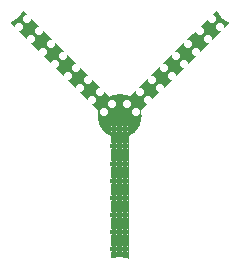
<source format=gbr>
%TF.GenerationSoftware,KiCad,Pcbnew,(6.0.7-1)-1*%
%TF.CreationDate,2022-09-29T17:50:23+03:00*%
%TF.ProjectId,Flux_Capacitor_Micro,466c7578-5f43-4617-9061-6369746f725f,3.0A*%
%TF.SameCoordinates,PX86594f8PY6db8610*%
%TF.FileFunction,Legend,Top*%
%TF.FilePolarity,Positive*%
%FSLAX46Y46*%
G04 Gerber Fmt 4.6, Leading zero omitted, Abs format (unit mm)*
G04 Created by KiCad (PCBNEW (6.0.7-1)-1) date 2022-09-29 17:50:23*
%MOMM*%
%LPD*%
G01*
G04 APERTURE LIST*
G04 Aperture macros list*
%AMRoundRect*
0 Rectangle with rounded corners*
0 $1 Rounding radius*
0 $2 $3 $4 $5 $6 $7 $8 $9 X,Y pos of 4 corners*
0 Add a 4 corners polygon primitive as box body*
4,1,4,$2,$3,$4,$5,$6,$7,$8,$9,$2,$3,0*
0 Add four circle primitives for the rounded corners*
1,1,$1+$1,$2,$3*
1,1,$1+$1,$4,$5*
1,1,$1+$1,$6,$7*
1,1,$1+$1,$8,$9*
0 Add four rect primitives between the rounded corners*
20,1,$1+$1,$2,$3,$4,$5,0*
20,1,$1+$1,$4,$5,$6,$7,0*
20,1,$1+$1,$6,$7,$8,$9,0*
20,1,$1+$1,$8,$9,$2,$3,0*%
G04 Aperture macros list end*
%ADD10C,1.500000*%
%ADD11C,1.875000*%
%ADD12C,0.800000*%
%ADD13C,0.500000*%
%ADD14RoundRect,0.150000X-0.212132X0.000000X0.000000X-0.212132X0.212132X0.000000X0.000000X0.212132X0*%
%ADD15RoundRect,0.150000X0.000000X-0.212132X0.212132X0.000000X0.000000X0.212132X-0.212132X0.000000X0*%
%ADD16RoundRect,0.150000X-0.150000X-0.150000X0.150000X-0.150000X0.150000X0.150000X-0.150000X0.150000X0*%
%ADD17RoundRect,0.085000X0.165000X-0.085000X0.165000X0.085000X-0.165000X0.085000X-0.165000X-0.085000X0*%
G04 APERTURE END LIST*
D10*
X5600000Y27125000D02*
X13500000Y19225000D01*
X23400000Y27125000D02*
X15500000Y19225000D01*
X14500000Y6400000D02*
X14500000Y17425000D01*
D11*
X15437500Y18550000D02*
G75*
G03*
X15437500Y18550000I-937500J0D01*
G01*
%LPC*%
D12*
X29000000Y28700000D02*
G75*
G03*
X27821105Y31546105I-4025000J0D01*
G01*
D13*
X18000000Y31900000D02*
G75*
G03*
X18000000Y34300000I0J1200000D01*
G01*
D12*
X24546105Y34821105D02*
G75*
G03*
X21700000Y36000000I-2846105J-2846105D01*
G01*
X27821105Y31546105D02*
X24546105Y34821105D01*
X29000000Y28700000D02*
X29000000Y4025000D01*
D13*
X11000000Y31900000D02*
X18000000Y31900000D01*
D12*
X0Y4025000D02*
X0Y28700000D01*
D13*
X11000000Y34300000D02*
X18000000Y34300000D01*
D12*
X0Y4025000D02*
G75*
G03*
X4025000Y0I4025000J0D01*
G01*
X7300000Y36000000D02*
X21700000Y36000000D01*
X24975000Y0D02*
G75*
G03*
X29000000Y4025000I0J4025000D01*
G01*
X7300000Y36000000D02*
G75*
G03*
X4453895Y34821105I0J-4025000D01*
G01*
D13*
X11000000Y34300000D02*
G75*
G03*
X11000000Y31900000I0J-1200000D01*
G01*
D12*
X1178895Y31546105D02*
G75*
G03*
X0Y28700000I2846105J-2846105D01*
G01*
X4453895Y34821105D02*
X1178895Y31546105D01*
X24975000Y0D02*
X4025000Y0D01*
G36*
X13147162Y6213724D02*
G01*
X13284167Y6292760D01*
X13425743Y6363255D01*
X13506427Y6397394D01*
X13571411Y6424890D01*
X13720692Y6477351D01*
X13873107Y6520319D01*
X13918323Y6531221D01*
X14017513Y6552696D01*
X14112463Y6569473D01*
X14205962Y6581889D01*
X14300798Y6590276D01*
X14399760Y6594972D01*
X14505635Y6596310D01*
X14598945Y6594940D01*
X14689679Y6590815D01*
X14776234Y6583639D01*
X14861512Y6573112D01*
X14948419Y6558931D01*
X15039857Y6540794D01*
X15126316Y6520750D01*
X15279265Y6477359D01*
X15428406Y6424839D01*
X15573388Y6363500D01*
X15713857Y6293649D01*
X15849459Y6215594D01*
X15979841Y6129643D01*
X16104650Y6036103D01*
X16223533Y5935284D01*
X16336136Y5827492D01*
X16442105Y5713035D01*
X16541088Y5592222D01*
X16632731Y5465360D01*
X16716680Y5332757D01*
X16792583Y5194721D01*
X16860086Y5051560D01*
X16918835Y4903581D01*
X16924070Y4889081D01*
X16933040Y4864239D01*
X16940559Y4843418D01*
X16945961Y4828465D01*
X16948579Y4821225D01*
X16950731Y4812497D01*
X16949842Y4790588D01*
X16942105Y4768121D01*
X16928859Y4748247D01*
X16911449Y4734113D01*
X16909952Y4733357D01*
X16906971Y4732167D01*
X16903028Y4731090D01*
X16897638Y4730122D01*
X16890316Y4729257D01*
X16880579Y4728488D01*
X16867943Y4727811D01*
X16851923Y4727219D01*
X16832036Y4726706D01*
X16807796Y4726268D01*
X16778721Y4725898D01*
X16744324Y4725590D01*
X16704124Y4725339D01*
X16657635Y4725139D01*
X16604373Y4724984D01*
X16543854Y4724869D01*
X16475593Y4724788D01*
X16399108Y4724734D01*
X16313913Y4724703D01*
X16219524Y4724689D01*
X16115457Y4724686D01*
X16017796Y4724706D01*
X15906851Y4724788D01*
X15805886Y4724933D01*
X15714801Y4725142D01*
X15633494Y4725416D01*
X15561866Y4725755D01*
X15499816Y4726160D01*
X15447244Y4726631D01*
X15404049Y4727170D01*
X15370131Y4727777D01*
X15345390Y4728452D01*
X15329725Y4729197D01*
X15323036Y4730011D01*
X15318992Y4732262D01*
X15307207Y4741066D01*
X15290754Y4754910D01*
X15271230Y4772427D01*
X15250230Y4792253D01*
X15227358Y4813935D01*
X15165899Y4867283D01*
X15103920Y4913437D01*
X15038823Y4954231D01*
X14968008Y4991501D01*
X14891269Y5025239D01*
X14797167Y5057289D01*
X14700907Y5079879D01*
X14601513Y5093228D01*
X14498014Y5097557D01*
X14455322Y5096847D01*
X14365598Y5090408D01*
X14280297Y5076905D01*
X14197049Y5055904D01*
X14113482Y5026970D01*
X14017108Y4984042D01*
X13926538Y4933021D01*
X13842330Y4874394D01*
X13764797Y4808551D01*
X13694251Y4735885D01*
X13631004Y4656785D01*
X13575369Y4571643D01*
X13527660Y4480850D01*
X13488188Y4384797D01*
X13457266Y4283876D01*
X13435206Y4178476D01*
X13432585Y4156807D01*
X13430374Y4124277D01*
X13429016Y4085857D01*
X13428495Y4043812D01*
X13428792Y4000412D01*
X13429888Y3957922D01*
X13431765Y3918610D01*
X13434405Y3884744D01*
X13437790Y3858590D01*
X13450623Y3793974D01*
X13473074Y3709413D01*
X13501718Y3628608D01*
X13537564Y3548430D01*
X13577686Y3474439D01*
X13633783Y3389724D01*
X13697238Y3311342D01*
X13767457Y3239660D01*
X13843849Y3175046D01*
X13925820Y3117865D01*
X14012778Y3068486D01*
X14104130Y3027275D01*
X14199283Y2994599D01*
X14297645Y2970825D01*
X14398623Y2956321D01*
X14501624Y2951453D01*
X14509944Y2951491D01*
X14613070Y2957406D01*
X14714853Y2973243D01*
X14814618Y2998797D01*
X14911687Y3033860D01*
X15005384Y3078230D01*
X15095033Y3131698D01*
X15100311Y3135237D01*
X15128707Y3155359D01*
X15159128Y3178435D01*
X15189841Y3203013D01*
X15219113Y3227643D01*
X15245210Y3250874D01*
X15266398Y3271253D01*
X15280943Y3287329D01*
X15286689Y3293864D01*
X15302554Y3307944D01*
X15318294Y3317814D01*
X15319424Y3318309D01*
X15322717Y3319523D01*
X15326885Y3320621D01*
X15332416Y3321609D01*
X15339799Y3322494D01*
X15349523Y3323280D01*
X15362077Y3323974D01*
X15377950Y3324581D01*
X15397630Y3325108D01*
X15421606Y3325560D01*
X15450367Y3325943D01*
X15484402Y3326262D01*
X15524200Y3326525D01*
X15570249Y3326736D01*
X15623039Y3326902D01*
X15683057Y3327028D01*
X15750794Y3327120D01*
X15826737Y3327184D01*
X15911376Y3327226D01*
X16005199Y3327251D01*
X16108696Y3327266D01*
X16146335Y3327267D01*
X16262329Y3327223D01*
X16368803Y3327109D01*
X16465699Y3326924D01*
X16552958Y3326670D01*
X16630522Y3326347D01*
X16698333Y3325955D01*
X16756331Y3325494D01*
X16804460Y3324964D01*
X16842660Y3324367D01*
X16870873Y3323703D01*
X16889041Y3322972D01*
X16897106Y3322173D01*
X16908249Y3317547D01*
X16926834Y3303447D01*
X16941732Y3284567D01*
X16949865Y3264287D01*
X16950214Y3255694D01*
X16947174Y3235425D01*
X16940091Y3207786D01*
X16929357Y3173783D01*
X16915368Y3134423D01*
X16898514Y3090715D01*
X16879191Y3043663D01*
X16857789Y2994276D01*
X16834704Y2943560D01*
X16810328Y2892522D01*
X16785054Y2842169D01*
X16772671Y2818441D01*
X16693800Y2679950D01*
X16606894Y2547389D01*
X16512322Y2421026D01*
X16410455Y2301130D01*
X16301666Y2187971D01*
X16186325Y2081817D01*
X16064803Y1982938D01*
X15937471Y1891603D01*
X15804701Y1808081D01*
X15666864Y1732641D01*
X15524330Y1665552D01*
X15377471Y1607083D01*
X15226659Y1557504D01*
X15072264Y1517083D01*
X14914657Y1486089D01*
X14893737Y1482687D01*
X14844014Y1475051D01*
X14798709Y1468931D01*
X14755741Y1464169D01*
X14713028Y1460611D01*
X14668489Y1458101D01*
X14620041Y1456482D01*
X14565604Y1455600D01*
X14503095Y1455298D01*
X14459845Y1455342D01*
X14411095Y1455692D01*
X14369626Y1456425D01*
X14333809Y1457599D01*
X14302012Y1459271D01*
X14272607Y1461496D01*
X14243963Y1464333D01*
X14087596Y1485718D01*
X13932108Y1516019D01*
X13780968Y1555008D01*
X13633345Y1602929D01*
X13488407Y1660024D01*
X13345322Y1726536D01*
X13250801Y1776328D01*
X13113107Y1858257D01*
X12981400Y1948159D01*
X12855978Y2045693D01*
X12737137Y2150517D01*
X12625172Y2262289D01*
X12520380Y2380668D01*
X12423058Y2505312D01*
X12333501Y2635879D01*
X12252007Y2772028D01*
X12178870Y2913415D01*
X12114388Y3059701D01*
X12058856Y3210543D01*
X12052706Y3229198D01*
X12025302Y3317930D01*
X12001765Y3404867D01*
X11981584Y3492384D01*
X11964249Y3582856D01*
X11949250Y3678655D01*
X11936077Y3782157D01*
X11935742Y3785228D01*
X11933829Y3810156D01*
X11932269Y3843328D01*
X11931062Y3883089D01*
X11930209Y3927789D01*
X11929710Y3975774D01*
X11929564Y4025391D01*
X11929771Y4074990D01*
X11930331Y4122916D01*
X11931245Y4167518D01*
X11932511Y4207143D01*
X11934131Y4240139D01*
X11936103Y4264854D01*
X11956063Y4415709D01*
X11986183Y4576290D01*
X12025005Y4731852D01*
X12072650Y4882705D01*
X12129239Y5029161D01*
X12137380Y5046814D01*
X12767146Y5046814D01*
X12767449Y5005147D01*
X12775282Y4964327D01*
X12790290Y4925467D01*
X12812119Y4889679D01*
X12840412Y4858076D01*
X12874815Y4831769D01*
X12914973Y4811871D01*
X12960531Y4799494D01*
X12965185Y4798752D01*
X13010071Y4797010D01*
X13054021Y4804494D01*
X13095657Y4820374D01*
X13133605Y4843818D01*
X13166487Y4873993D01*
X13192927Y4910069D01*
X13211549Y4951212D01*
X13216903Y4969786D01*
X13223907Y5017600D01*
X13221198Y5064245D01*
X13208999Y5108752D01*
X13187535Y5150148D01*
X13157031Y5187463D01*
X13129779Y5210865D01*
X13090090Y5234200D01*
X13047544Y5248719D01*
X13003406Y5254418D01*
X12958940Y5251290D01*
X12915410Y5239330D01*
X12874079Y5218532D01*
X12836213Y5188890D01*
X12814969Y5165783D01*
X12790551Y5128245D01*
X12774728Y5088218D01*
X12767146Y5046814D01*
X12137380Y5046814D01*
X12194895Y5171532D01*
X12269737Y5310128D01*
X12353888Y5445261D01*
X12424433Y5544754D01*
X13270166Y5544754D01*
X13270469Y5503086D01*
X13278303Y5462266D01*
X13293311Y5423407D01*
X13315139Y5387619D01*
X13343432Y5356016D01*
X13377836Y5329709D01*
X13417994Y5309811D01*
X13463552Y5297434D01*
X13468205Y5296692D01*
X13513092Y5294949D01*
X13557041Y5302434D01*
X13598678Y5318314D01*
X13636625Y5341757D01*
X13669507Y5371933D01*
X13695948Y5408008D01*
X13714570Y5449152D01*
X13719924Y5467726D01*
X13726928Y5515539D01*
X13724218Y5562185D01*
X13712020Y5606691D01*
X13690556Y5648088D01*
X13660051Y5685403D01*
X13632800Y5708805D01*
X13593110Y5732139D01*
X13550565Y5746659D01*
X13506427Y5752357D01*
X13461961Y5749229D01*
X13418431Y5737269D01*
X13377100Y5716471D01*
X13339233Y5686830D01*
X13317989Y5663722D01*
X13293571Y5626184D01*
X13277749Y5586157D01*
X13270166Y5544754D01*
X12424433Y5544754D01*
X12447469Y5577243D01*
X12447941Y5577870D01*
X12547464Y5701504D01*
X12654431Y5818498D01*
X12768363Y5928533D01*
X12888781Y6031294D01*
X13003406Y6117580D01*
X13015207Y6126463D01*
X13147162Y6213724D01*
G37*
G36*
X23635819Y5872149D02*
G01*
X23663815Y5867489D01*
X23690892Y5858435D01*
X23721397Y5843913D01*
X23735441Y5835841D01*
X23771728Y5807679D01*
X23803028Y5772539D01*
X23827705Y5732476D01*
X23844124Y5689547D01*
X23847731Y5671675D01*
X23850967Y5638725D01*
X23852054Y5598278D01*
X23851098Y5551740D01*
X23848208Y5500519D01*
X23843491Y5446022D01*
X23837055Y5389656D01*
X23829007Y5332828D01*
X23819454Y5276945D01*
X23808504Y5223415D01*
X23803913Y5203342D01*
X23777035Y5100893D01*
X23745136Y5003193D01*
X23707017Y4906863D01*
X23661481Y4808522D01*
X23621946Y4732085D01*
X23569932Y4642184D01*
X23514424Y4558250D01*
X23453853Y4478095D01*
X23386649Y4399529D01*
X23311242Y4320366D01*
X23286139Y4295551D01*
X23222289Y4235829D01*
X23159087Y4182026D01*
X23093739Y4131838D01*
X23023447Y4082956D01*
X22952136Y4037701D01*
X22842964Y3976655D01*
X22730900Y3923906D01*
X22614950Y3879083D01*
X22494122Y3841817D01*
X22367423Y3811737D01*
X22233861Y3788474D01*
X22157646Y3777385D01*
X17435126Y3774397D01*
X17413775Y3742710D01*
X17413685Y3742577D01*
X17393663Y3716262D01*
X17368010Y3687424D01*
X17339495Y3658838D01*
X17310886Y3633282D01*
X17284951Y3613530D01*
X17270332Y3603938D01*
X17237364Y3584458D01*
X17203829Y3568133D01*
X17166552Y3553514D01*
X17122359Y3539145D01*
X17086791Y3528392D01*
X16153531Y3526887D01*
X15220271Y3525381D01*
X15184790Y3480889D01*
X15152326Y3442504D01*
X15086904Y3376867D01*
X15015379Y3318790D01*
X14938509Y3268640D01*
X14857054Y3226785D01*
X14771772Y3193591D01*
X14683422Y3169426D01*
X14592763Y3154658D01*
X14500554Y3149654D01*
X14411311Y3154296D01*
X14319610Y3168848D01*
X14229888Y3193084D01*
X14142860Y3226766D01*
X14059242Y3269658D01*
X13979750Y3321524D01*
X13954716Y3341266D01*
X13925578Y3366642D01*
X13894852Y3395257D01*
X13864963Y3424787D01*
X13838332Y3452908D01*
X13817382Y3477296D01*
X13768949Y3544221D01*
X13722417Y3623860D01*
X13684937Y3706611D01*
X13656482Y3791782D01*
X13637026Y3878678D01*
X13626541Y3966607D01*
X13625000Y4054875D01*
X13632375Y4142789D01*
X13648640Y4229656D01*
X13673767Y4314781D01*
X13707729Y4397472D01*
X13750499Y4477036D01*
X13802050Y4552779D01*
X13862354Y4624007D01*
X13918955Y4679044D01*
X13991445Y4736948D01*
X14068883Y4786429D01*
X14150576Y4827273D01*
X14235825Y4859266D01*
X14323937Y4882194D01*
X14414215Y4895844D01*
X14505965Y4900000D01*
X14598489Y4894450D01*
X14691092Y4878979D01*
X14755242Y4862036D01*
X14840346Y4830962D01*
X14921951Y4791250D01*
X14999031Y4743555D01*
X15070559Y4688531D01*
X15135510Y4626831D01*
X15192858Y4559109D01*
X15216977Y4527143D01*
X17076629Y4523917D01*
X17119818Y4512024D01*
X17129385Y4509253D01*
X17171642Y4494337D01*
X17215369Y4475202D01*
X17256712Y4453651D01*
X17291818Y4431490D01*
X17301325Y4424467D01*
X17332792Y4398102D01*
X17363718Y4367995D01*
X17391304Y4337004D01*
X17412751Y4307989D01*
X17432301Y4277645D01*
X19761978Y4277601D01*
X19923420Y4277595D01*
X20100592Y4277586D01*
X20268131Y4277576D01*
X20426318Y4277569D01*
X20575438Y4277568D01*
X20715772Y4277575D01*
X20847604Y4277595D01*
X20971217Y4277629D01*
X21086895Y4277682D01*
X21194919Y4277756D01*
X21295572Y4277854D01*
X21389139Y4277980D01*
X21475902Y4278137D01*
X21556143Y4278328D01*
X21630147Y4278555D01*
X21698195Y4278823D01*
X21760571Y4279133D01*
X21817557Y4279490D01*
X21869438Y4279897D01*
X21916495Y4280356D01*
X21959012Y4280870D01*
X21997271Y4281444D01*
X22031556Y4282079D01*
X22062150Y4282779D01*
X22089336Y4283547D01*
X22113396Y4284387D01*
X22134613Y4285301D01*
X22153272Y4286293D01*
X22169654Y4287365D01*
X22184042Y4288521D01*
X22196720Y4289763D01*
X22207970Y4291096D01*
X22218076Y4292522D01*
X22227321Y4294044D01*
X22235987Y4295665D01*
X22244357Y4297389D01*
X22252715Y4299219D01*
X22261343Y4301157D01*
X22270524Y4303207D01*
X22280542Y4305371D01*
X22345062Y4320651D01*
X22455659Y4354846D01*
X22562165Y4398054D01*
X22664096Y4449901D01*
X22760968Y4510013D01*
X22852298Y4578016D01*
X22937602Y4653536D01*
X23016396Y4736199D01*
X23088197Y4825630D01*
X23152520Y4921456D01*
X23208882Y5023303D01*
X23236174Y5080953D01*
X23273730Y5173825D01*
X23303307Y5267359D01*
X23325386Y5363430D01*
X23340445Y5463911D01*
X23348965Y5570675D01*
X23349920Y5588785D01*
X23352903Y5630642D01*
X23356825Y5664697D01*
X23362056Y5692661D01*
X23368967Y5716243D01*
X23377926Y5737152D01*
X23389304Y5757096D01*
X23391609Y5760668D01*
X23423295Y5800166D01*
X23460904Y5831612D01*
X23503680Y5854591D01*
X23550867Y5868688D01*
X23601708Y5873490D01*
X23602557Y5873490D01*
X23635819Y5872149D01*
G37*
G36*
X6477351Y29479308D02*
G01*
X6520319Y29326893D01*
X6531221Y29281677D01*
X6552696Y29182487D01*
X6569473Y29087537D01*
X6581889Y28994038D01*
X6590276Y28899202D01*
X6594972Y28800240D01*
X6596310Y28694365D01*
X6594940Y28601055D01*
X6590815Y28510321D01*
X6583639Y28423766D01*
X6573112Y28338488D01*
X6558931Y28251581D01*
X6540794Y28160143D01*
X6520750Y28073684D01*
X6477359Y27920735D01*
X6424839Y27771594D01*
X6363500Y27626612D01*
X6293649Y27486143D01*
X6215594Y27350541D01*
X6129643Y27220159D01*
X6036103Y27095350D01*
X5935284Y26976467D01*
X5827492Y26863864D01*
X5713035Y26757895D01*
X5592222Y26658912D01*
X5465360Y26567269D01*
X5332757Y26483320D01*
X5194721Y26407417D01*
X5051560Y26339914D01*
X4903581Y26281165D01*
X4889081Y26275930D01*
X4864239Y26266960D01*
X4843418Y26259441D01*
X4828465Y26254039D01*
X4821225Y26251421D01*
X4812497Y26249269D01*
X4790588Y26250158D01*
X4768121Y26257895D01*
X4748247Y26271141D01*
X4734113Y26288551D01*
X4733357Y26290048D01*
X4732167Y26293029D01*
X4731090Y26296972D01*
X4730122Y26302362D01*
X4729257Y26309684D01*
X4728488Y26319421D01*
X4727811Y26332057D01*
X4727219Y26348077D01*
X4726706Y26367964D01*
X4726268Y26392204D01*
X4725898Y26421279D01*
X4725590Y26455676D01*
X4725339Y26495876D01*
X4725139Y26542365D01*
X4724984Y26595627D01*
X4724869Y26656146D01*
X4724788Y26724407D01*
X4724734Y26800892D01*
X4724703Y26886087D01*
X4724689Y26980476D01*
X4724686Y27084543D01*
X4724706Y27182204D01*
X4724788Y27293149D01*
X4724933Y27394114D01*
X4725142Y27485199D01*
X4725416Y27566506D01*
X4725755Y27638134D01*
X4726160Y27700184D01*
X4726631Y27752756D01*
X4727170Y27795951D01*
X4727777Y27829869D01*
X4728452Y27854610D01*
X4729197Y27870275D01*
X4730011Y27876964D01*
X4732262Y27881008D01*
X4741066Y27892793D01*
X4754910Y27909246D01*
X4772427Y27928770D01*
X4792253Y27949770D01*
X4813935Y27972642D01*
X4867283Y28034101D01*
X4913437Y28096080D01*
X4954231Y28161177D01*
X4991501Y28231992D01*
X5025239Y28308731D01*
X5057289Y28402833D01*
X5079879Y28499093D01*
X5093228Y28598487D01*
X5097557Y28701986D01*
X5096847Y28744678D01*
X5090408Y28834402D01*
X5076905Y28919703D01*
X5055904Y29002951D01*
X5026970Y29086518D01*
X4984042Y29182892D01*
X4933021Y29273462D01*
X4874394Y29357670D01*
X4808551Y29435203D01*
X4735885Y29505749D01*
X4656785Y29568996D01*
X4571643Y29624631D01*
X4480850Y29672340D01*
X4445400Y29686908D01*
X5294949Y29686908D01*
X5302434Y29642959D01*
X5318314Y29601322D01*
X5341757Y29563375D01*
X5371933Y29530493D01*
X5408008Y29504052D01*
X5449152Y29485430D01*
X5467726Y29480076D01*
X5515539Y29473072D01*
X5562185Y29475782D01*
X5606691Y29487980D01*
X5648088Y29509444D01*
X5685403Y29539949D01*
X5708805Y29567200D01*
X5732139Y29606890D01*
X5746659Y29649435D01*
X5752357Y29693573D01*
X5749229Y29738039D01*
X5737269Y29781569D01*
X5716471Y29822900D01*
X5686830Y29860767D01*
X5663722Y29882011D01*
X5626184Y29906429D01*
X5586157Y29922251D01*
X5544754Y29929834D01*
X5503086Y29929531D01*
X5462266Y29921697D01*
X5423407Y29906689D01*
X5387619Y29884861D01*
X5356016Y29856568D01*
X5329709Y29822164D01*
X5309811Y29782006D01*
X5297434Y29736448D01*
X5296692Y29731795D01*
X5294949Y29686908D01*
X4445400Y29686908D01*
X4384797Y29711812D01*
X4283876Y29742734D01*
X4178476Y29764794D01*
X4156807Y29767415D01*
X4124277Y29769626D01*
X4085857Y29770984D01*
X4043812Y29771505D01*
X4000412Y29771208D01*
X3957922Y29770112D01*
X3918610Y29768235D01*
X3884744Y29765595D01*
X3858590Y29762210D01*
X3793974Y29749377D01*
X3709413Y29726926D01*
X3628608Y29698282D01*
X3548430Y29662436D01*
X3474439Y29622314D01*
X3389724Y29566217D01*
X3311342Y29502762D01*
X3239660Y29432543D01*
X3175046Y29356151D01*
X3117865Y29274180D01*
X3068486Y29187222D01*
X3027275Y29095870D01*
X2994599Y29000717D01*
X2970825Y28902355D01*
X2956321Y28801377D01*
X2951453Y28698376D01*
X2951491Y28690056D01*
X2957406Y28586930D01*
X2973243Y28485147D01*
X2998797Y28385382D01*
X3033860Y28288313D01*
X3078230Y28194616D01*
X3131698Y28104967D01*
X3135237Y28099689D01*
X3155359Y28071293D01*
X3178435Y28040872D01*
X3203013Y28010159D01*
X3227643Y27980887D01*
X3250874Y27954790D01*
X3271253Y27933602D01*
X3287329Y27919057D01*
X3293864Y27913311D01*
X3307944Y27897446D01*
X3317814Y27881706D01*
X3318309Y27880576D01*
X3319523Y27877283D01*
X3320621Y27873115D01*
X3321609Y27867584D01*
X3322494Y27860201D01*
X3323280Y27850477D01*
X3323974Y27837923D01*
X3324581Y27822050D01*
X3325108Y27802370D01*
X3325560Y27778394D01*
X3325943Y27749633D01*
X3326262Y27715598D01*
X3326525Y27675800D01*
X3326736Y27629751D01*
X3326902Y27576961D01*
X3327028Y27516943D01*
X3327120Y27449206D01*
X3327184Y27373263D01*
X3327226Y27288624D01*
X3327251Y27194801D01*
X3327266Y27091304D01*
X3327267Y27053665D01*
X3327223Y26937671D01*
X3327109Y26831197D01*
X3326924Y26734301D01*
X3326670Y26647042D01*
X3326347Y26569478D01*
X3325955Y26501667D01*
X3325494Y26443669D01*
X3324964Y26395540D01*
X3324367Y26357340D01*
X3323703Y26329127D01*
X3322972Y26310959D01*
X3322173Y26302894D01*
X3317547Y26291751D01*
X3303447Y26273166D01*
X3284567Y26258268D01*
X3264287Y26250135D01*
X3255694Y26249786D01*
X3235425Y26252826D01*
X3207786Y26259909D01*
X3173783Y26270643D01*
X3134423Y26284632D01*
X3090715Y26301486D01*
X3043663Y26320809D01*
X2994276Y26342211D01*
X2943560Y26365296D01*
X2892522Y26389672D01*
X2842169Y26414946D01*
X2818441Y26427329D01*
X2679950Y26506200D01*
X2547389Y26593106D01*
X2421026Y26687678D01*
X2301130Y26789545D01*
X2187971Y26898334D01*
X2081817Y27013675D01*
X1982938Y27135197D01*
X1891603Y27262529D01*
X1808081Y27395299D01*
X1732641Y27533136D01*
X1665552Y27675670D01*
X1607083Y27822529D01*
X1557504Y27973341D01*
X1517083Y28127736D01*
X1486089Y28285343D01*
X1482687Y28306263D01*
X1475051Y28355986D01*
X1468931Y28401291D01*
X1464169Y28444259D01*
X1460611Y28486972D01*
X1458101Y28531511D01*
X1456482Y28579959D01*
X1455600Y28634396D01*
X1455298Y28696905D01*
X1455342Y28740155D01*
X1455692Y28788905D01*
X1456425Y28830374D01*
X1457599Y28866191D01*
X1459271Y28897988D01*
X1461496Y28927393D01*
X1464333Y28956037D01*
X1485718Y29112404D01*
X1516019Y29267892D01*
X1555008Y29419032D01*
X1602929Y29566655D01*
X1660024Y29711593D01*
X1726536Y29854678D01*
X1776328Y29949199D01*
X1858257Y30086893D01*
X1928588Y30189929D01*
X4797010Y30189929D01*
X4804494Y30145979D01*
X4820374Y30104343D01*
X4843818Y30066395D01*
X4873993Y30033513D01*
X4910069Y30007073D01*
X4951212Y29988451D01*
X4969786Y29983097D01*
X5017600Y29976093D01*
X5064245Y29978802D01*
X5108752Y29991001D01*
X5150148Y30012465D01*
X5187463Y30042969D01*
X5210865Y30070221D01*
X5234200Y30109910D01*
X5248719Y30152456D01*
X5254418Y30196594D01*
X5251290Y30241060D01*
X5239330Y30284590D01*
X5218532Y30325921D01*
X5188890Y30363787D01*
X5165783Y30385031D01*
X5128245Y30409449D01*
X5088218Y30425272D01*
X5046814Y30432854D01*
X5005147Y30432551D01*
X4964327Y30424718D01*
X4925467Y30409710D01*
X4889679Y30387881D01*
X4858076Y30359588D01*
X4831769Y30325185D01*
X4811871Y30285027D01*
X4799494Y30239469D01*
X4798752Y30234815D01*
X4797010Y30189929D01*
X1928588Y30189929D01*
X1948159Y30218600D01*
X2045693Y30344022D01*
X2150517Y30462863D01*
X2262289Y30574828D01*
X2380668Y30679620D01*
X2505312Y30776942D01*
X2635879Y30866499D01*
X2772028Y30947993D01*
X2913415Y31021130D01*
X3059701Y31085612D01*
X3210543Y31141144D01*
X3229198Y31147294D01*
X3317930Y31174698D01*
X3404867Y31198235D01*
X3492384Y31218416D01*
X3582856Y31235751D01*
X3678655Y31250750D01*
X3782157Y31263923D01*
X3785228Y31264258D01*
X3810156Y31266171D01*
X3843328Y31267731D01*
X3883089Y31268938D01*
X3927789Y31269791D01*
X3975774Y31270290D01*
X4025391Y31270436D01*
X4074990Y31270229D01*
X4122916Y31269669D01*
X4167518Y31268755D01*
X4207143Y31267489D01*
X4240139Y31265869D01*
X4264854Y31263897D01*
X4415709Y31243937D01*
X4576290Y31213817D01*
X4731852Y31174995D01*
X4882705Y31127350D01*
X5029161Y31070761D01*
X5171532Y31005105D01*
X5310128Y30930263D01*
X5445261Y30846112D01*
X5577243Y30752531D01*
X5577870Y30752059D01*
X5701504Y30652536D01*
X5818498Y30545569D01*
X5928533Y30431637D01*
X6031294Y30311219D01*
X6117580Y30196594D01*
X6126463Y30184793D01*
X6213724Y30052838D01*
X6292760Y29915833D01*
X6363255Y29774257D01*
X6397394Y29693573D01*
X6424890Y29628589D01*
X6477351Y29479308D01*
G37*
G36*
X4142789Y29567625D02*
G01*
X4229656Y29551360D01*
X4314781Y29526233D01*
X4397472Y29492271D01*
X4477036Y29449501D01*
X4552779Y29397950D01*
X4624007Y29337646D01*
X4679044Y29281045D01*
X4736948Y29208555D01*
X4786429Y29131117D01*
X4827273Y29049424D01*
X4859266Y28964175D01*
X4882194Y28876063D01*
X4895844Y28785785D01*
X4900000Y28694035D01*
X4894450Y28601511D01*
X4878979Y28508908D01*
X4862036Y28444758D01*
X4830962Y28359654D01*
X4791250Y28278049D01*
X4743555Y28200969D01*
X4688531Y28129441D01*
X4626831Y28064490D01*
X4559109Y28007142D01*
X4527143Y27983023D01*
X4523917Y26123371D01*
X4512024Y26080182D01*
X4509253Y26070615D01*
X4494337Y26028358D01*
X4475202Y25984631D01*
X4453651Y25943288D01*
X4431490Y25908182D01*
X4424467Y25898675D01*
X4398102Y25867208D01*
X4367995Y25836282D01*
X4337004Y25808696D01*
X4307989Y25787249D01*
X4277645Y25767699D01*
X4277601Y23438022D01*
X4277595Y23276580D01*
X4277586Y23099408D01*
X4277576Y22931869D01*
X4277569Y22773682D01*
X4277568Y22624562D01*
X4277575Y22484228D01*
X4277595Y22352396D01*
X4277629Y22228783D01*
X4277682Y22113105D01*
X4277756Y22005081D01*
X4277854Y21904428D01*
X4277980Y21810861D01*
X4278137Y21724098D01*
X4278328Y21643857D01*
X4278555Y21569853D01*
X4278823Y21501805D01*
X4279133Y21439429D01*
X4279490Y21382443D01*
X4279897Y21330562D01*
X4280356Y21283505D01*
X4280870Y21240988D01*
X4281444Y21202729D01*
X4282079Y21168444D01*
X4282779Y21137850D01*
X4283547Y21110664D01*
X4284387Y21086604D01*
X4285301Y21065387D01*
X4286293Y21046728D01*
X4287365Y21030346D01*
X4288521Y21015958D01*
X4289763Y21003280D01*
X4291096Y20992030D01*
X4292522Y20981924D01*
X4294044Y20972679D01*
X4295665Y20964013D01*
X4297389Y20955643D01*
X4299219Y20947285D01*
X4301157Y20938657D01*
X4303207Y20929476D01*
X4305371Y20919458D01*
X4320651Y20854938D01*
X4354846Y20744341D01*
X4398054Y20637835D01*
X4449901Y20535904D01*
X4510013Y20439032D01*
X4578016Y20347702D01*
X4653536Y20262398D01*
X4736199Y20183604D01*
X4825630Y20111803D01*
X4921456Y20047480D01*
X5023303Y19991118D01*
X5080953Y19963826D01*
X5173825Y19926270D01*
X5267359Y19896693D01*
X5363430Y19874614D01*
X5463911Y19859555D01*
X5570675Y19851035D01*
X5588785Y19850080D01*
X5630642Y19847097D01*
X5664697Y19843175D01*
X5692661Y19837944D01*
X5716243Y19831033D01*
X5737152Y19822074D01*
X5757096Y19810696D01*
X5760668Y19808391D01*
X5800166Y19776705D01*
X5831612Y19739096D01*
X5854591Y19696320D01*
X5868688Y19649133D01*
X5873490Y19598292D01*
X5873490Y19597443D01*
X5872149Y19564181D01*
X5867489Y19536185D01*
X5858435Y19509108D01*
X5843913Y19478603D01*
X5835841Y19464559D01*
X5807679Y19428272D01*
X5772539Y19396972D01*
X5732476Y19372295D01*
X5689547Y19355876D01*
X5671675Y19352269D01*
X5638725Y19349033D01*
X5598278Y19347946D01*
X5551740Y19348902D01*
X5500519Y19351792D01*
X5446022Y19356509D01*
X5389656Y19362945D01*
X5332828Y19370993D01*
X5276945Y19380546D01*
X5223415Y19391496D01*
X5203342Y19396087D01*
X5100893Y19422965D01*
X5003193Y19454864D01*
X4906863Y19492983D01*
X4808522Y19538519D01*
X4732085Y19578054D01*
X4642184Y19630068D01*
X4558250Y19685576D01*
X4478095Y19746147D01*
X4399529Y19813351D01*
X4320366Y19888758D01*
X4295551Y19913861D01*
X4235829Y19977711D01*
X4182026Y20040913D01*
X4131838Y20106261D01*
X4082956Y20176553D01*
X4037701Y20247864D01*
X3976655Y20357036D01*
X3923906Y20469100D01*
X3879083Y20585050D01*
X3841817Y20705878D01*
X3811737Y20832577D01*
X3788474Y20966139D01*
X3777385Y21042354D01*
X3774397Y25764874D01*
X3742710Y25786225D01*
X3742577Y25786315D01*
X3716262Y25806337D01*
X3687424Y25831990D01*
X3658838Y25860505D01*
X3633282Y25889114D01*
X3613530Y25915049D01*
X3603938Y25929668D01*
X3584458Y25962636D01*
X3568133Y25996171D01*
X3553514Y26033448D01*
X3539145Y26077641D01*
X3528392Y26113209D01*
X3526887Y27046469D01*
X3525381Y27979729D01*
X3480889Y28015210D01*
X3442504Y28047674D01*
X3376867Y28113096D01*
X3318790Y28184621D01*
X3268640Y28261491D01*
X3226785Y28342946D01*
X3193591Y28428228D01*
X3169426Y28516578D01*
X3154658Y28607237D01*
X3149654Y28699446D01*
X3154296Y28788689D01*
X3168848Y28880390D01*
X3193084Y28970112D01*
X3226766Y29057140D01*
X3269658Y29140758D01*
X3321524Y29220250D01*
X3341266Y29245284D01*
X3366642Y29274422D01*
X3395257Y29305148D01*
X3424787Y29335037D01*
X3452908Y29361668D01*
X3477296Y29382618D01*
X3544221Y29431051D01*
X3623860Y29477583D01*
X3706611Y29515063D01*
X3791782Y29543518D01*
X3878678Y29562974D01*
X3966607Y29573459D01*
X4054875Y29575000D01*
X4142789Y29567625D01*
G37*
G36*
X22707240Y29915833D02*
G01*
X22786276Y30052838D01*
X22873537Y30184793D01*
X22882420Y30196594D01*
X23745582Y30196594D01*
X23751281Y30152456D01*
X23765800Y30109910D01*
X23789135Y30070221D01*
X23812537Y30042969D01*
X23849852Y30012465D01*
X23891248Y29991001D01*
X23935755Y29978802D01*
X23982400Y29976093D01*
X24030214Y29983097D01*
X24048788Y29988451D01*
X24089931Y30007073D01*
X24126007Y30033513D01*
X24156182Y30066395D01*
X24179626Y30104343D01*
X24195506Y30145979D01*
X24202990Y30189929D01*
X24201248Y30234815D01*
X24200506Y30239469D01*
X24188129Y30285027D01*
X24168231Y30325185D01*
X24141924Y30359588D01*
X24110321Y30387881D01*
X24074533Y30409710D01*
X24035673Y30424718D01*
X23994853Y30432551D01*
X23953186Y30432854D01*
X23911782Y30425272D01*
X23871755Y30409449D01*
X23834217Y30385031D01*
X23811110Y30363787D01*
X23781468Y30325921D01*
X23760670Y30284590D01*
X23748710Y30241060D01*
X23745582Y30196594D01*
X22882420Y30196594D01*
X22968706Y30311219D01*
X23071467Y30431637D01*
X23181502Y30545569D01*
X23298496Y30652536D01*
X23422130Y30752059D01*
X23422757Y30752531D01*
X23554739Y30846112D01*
X23689872Y30930263D01*
X23828468Y31005105D01*
X23970839Y31070761D01*
X24117295Y31127350D01*
X24268148Y31174995D01*
X24423710Y31213817D01*
X24584291Y31243937D01*
X24735146Y31263897D01*
X24759861Y31265869D01*
X24792857Y31267489D01*
X24832482Y31268755D01*
X24877084Y31269669D01*
X24925010Y31270229D01*
X24974609Y31270436D01*
X25024226Y31270290D01*
X25072211Y31269791D01*
X25116911Y31268938D01*
X25156672Y31267731D01*
X25189844Y31266171D01*
X25214772Y31264258D01*
X25217843Y31263923D01*
X25321345Y31250750D01*
X25417144Y31235751D01*
X25507616Y31218416D01*
X25595133Y31198235D01*
X25682070Y31174698D01*
X25770802Y31147294D01*
X25789457Y31141144D01*
X25940299Y31085612D01*
X26086585Y31021130D01*
X26227972Y30947993D01*
X26364121Y30866499D01*
X26494688Y30776942D01*
X26619332Y30679620D01*
X26737711Y30574828D01*
X26849483Y30462863D01*
X26954307Y30344022D01*
X27051841Y30218600D01*
X27141743Y30086893D01*
X27223672Y29949199D01*
X27273464Y29854678D01*
X27339976Y29711593D01*
X27397071Y29566655D01*
X27444992Y29419032D01*
X27483981Y29267892D01*
X27514282Y29112404D01*
X27535667Y28956037D01*
X27538504Y28927393D01*
X27540729Y28897988D01*
X27542401Y28866191D01*
X27543575Y28830374D01*
X27544308Y28788905D01*
X27544658Y28740155D01*
X27544702Y28696905D01*
X27544400Y28634396D01*
X27543518Y28579959D01*
X27541899Y28531511D01*
X27539389Y28486972D01*
X27535831Y28444259D01*
X27531069Y28401291D01*
X27524949Y28355986D01*
X27517313Y28306263D01*
X27513911Y28285343D01*
X27482917Y28127736D01*
X27442496Y27973341D01*
X27392917Y27822529D01*
X27334448Y27675670D01*
X27267359Y27533136D01*
X27191919Y27395299D01*
X27108397Y27262529D01*
X27017062Y27135197D01*
X26918183Y27013675D01*
X26812029Y26898334D01*
X26698870Y26789545D01*
X26578974Y26687678D01*
X26452611Y26593106D01*
X26320050Y26506200D01*
X26181559Y26427329D01*
X26157831Y26414946D01*
X26107478Y26389672D01*
X26056440Y26365296D01*
X26005724Y26342211D01*
X25956337Y26320809D01*
X25909285Y26301486D01*
X25865577Y26284632D01*
X25826217Y26270643D01*
X25792214Y26259909D01*
X25764575Y26252826D01*
X25744306Y26249786D01*
X25735713Y26250135D01*
X25715433Y26258268D01*
X25696553Y26273166D01*
X25682453Y26291751D01*
X25677827Y26302894D01*
X25677028Y26310959D01*
X25676297Y26329127D01*
X25675633Y26357340D01*
X25675036Y26395540D01*
X25674506Y26443669D01*
X25674045Y26501667D01*
X25673653Y26569478D01*
X25673330Y26647042D01*
X25673076Y26734301D01*
X25672891Y26831197D01*
X25672777Y26937671D01*
X25672733Y27053665D01*
X25672734Y27091304D01*
X25672749Y27194801D01*
X25672774Y27288624D01*
X25672816Y27373263D01*
X25672880Y27449206D01*
X25672972Y27516943D01*
X25673098Y27576961D01*
X25673264Y27629751D01*
X25673475Y27675800D01*
X25673738Y27715598D01*
X25674057Y27749633D01*
X25674440Y27778394D01*
X25674892Y27802370D01*
X25675419Y27822050D01*
X25676026Y27837923D01*
X25676720Y27850477D01*
X25677506Y27860201D01*
X25678391Y27867584D01*
X25679379Y27873115D01*
X25680477Y27877283D01*
X25681691Y27880576D01*
X25682186Y27881706D01*
X25692056Y27897446D01*
X25706136Y27913311D01*
X25712671Y27919057D01*
X25728747Y27933602D01*
X25749126Y27954790D01*
X25772357Y27980887D01*
X25796987Y28010159D01*
X25821565Y28040872D01*
X25844641Y28071293D01*
X25864763Y28099689D01*
X25868302Y28104967D01*
X25921770Y28194616D01*
X25966140Y28288313D01*
X26001203Y28385382D01*
X26026757Y28485147D01*
X26042594Y28586930D01*
X26048509Y28690056D01*
X26048547Y28698376D01*
X26043679Y28801377D01*
X26029175Y28902355D01*
X26005401Y29000717D01*
X25972725Y29095870D01*
X25931514Y29187222D01*
X25882135Y29274180D01*
X25824954Y29356151D01*
X25760340Y29432543D01*
X25688658Y29502762D01*
X25610276Y29566217D01*
X25525561Y29622314D01*
X25451570Y29662436D01*
X25371392Y29698282D01*
X25290587Y29726926D01*
X25206026Y29749377D01*
X25141410Y29762210D01*
X25115256Y29765595D01*
X25081390Y29768235D01*
X25042078Y29770112D01*
X24999588Y29771208D01*
X24956188Y29771505D01*
X24914143Y29770984D01*
X24875723Y29769626D01*
X24843193Y29767415D01*
X24821524Y29764794D01*
X24716124Y29742734D01*
X24615203Y29711812D01*
X24519150Y29672340D01*
X24428357Y29624631D01*
X24343215Y29568996D01*
X24264115Y29505749D01*
X24191449Y29435203D01*
X24125606Y29357670D01*
X24066979Y29273462D01*
X24015958Y29182892D01*
X23973030Y29086518D01*
X23944096Y29002951D01*
X23923095Y28919703D01*
X23909592Y28834402D01*
X23903153Y28744678D01*
X23902443Y28701986D01*
X23906772Y28598487D01*
X23920121Y28499093D01*
X23942711Y28402833D01*
X23974761Y28308731D01*
X24008499Y28231992D01*
X24045769Y28161177D01*
X24086563Y28096080D01*
X24132717Y28034101D01*
X24186065Y27972642D01*
X24207747Y27949770D01*
X24227573Y27928770D01*
X24245090Y27909246D01*
X24258934Y27892793D01*
X24267738Y27881008D01*
X24269989Y27876964D01*
X24270803Y27870275D01*
X24271548Y27854610D01*
X24272223Y27829869D01*
X24272830Y27795951D01*
X24273369Y27752756D01*
X24273840Y27700184D01*
X24274245Y27638134D01*
X24274584Y27566506D01*
X24274858Y27485199D01*
X24275067Y27394114D01*
X24275212Y27293149D01*
X24275294Y27182204D01*
X24275314Y27084543D01*
X24275311Y26980476D01*
X24275297Y26886087D01*
X24275266Y26800892D01*
X24275212Y26724407D01*
X24275131Y26656146D01*
X24275016Y26595627D01*
X24274861Y26542365D01*
X24274661Y26495876D01*
X24274410Y26455676D01*
X24274102Y26421279D01*
X24273732Y26392204D01*
X24273294Y26367964D01*
X24272781Y26348077D01*
X24272189Y26332057D01*
X24271512Y26319421D01*
X24270743Y26309684D01*
X24269878Y26302362D01*
X24268910Y26296972D01*
X24267833Y26293029D01*
X24266643Y26290048D01*
X24265887Y26288551D01*
X24251753Y26271141D01*
X24231879Y26257895D01*
X24209412Y26250158D01*
X24187503Y26249269D01*
X24178775Y26251421D01*
X24171535Y26254039D01*
X24156582Y26259441D01*
X24135761Y26266960D01*
X24110919Y26275930D01*
X24096419Y26281165D01*
X23948440Y26339914D01*
X23805279Y26407417D01*
X23667243Y26483320D01*
X23534640Y26567269D01*
X23407778Y26658912D01*
X23286965Y26757895D01*
X23172508Y26863864D01*
X23064716Y26976467D01*
X22963897Y27095350D01*
X22870357Y27220159D01*
X22784406Y27350541D01*
X22706351Y27486143D01*
X22636500Y27626612D01*
X22575161Y27771594D01*
X22522641Y27920735D01*
X22479250Y28073684D01*
X22459206Y28160143D01*
X22441069Y28251581D01*
X22426888Y28338488D01*
X22416361Y28423766D01*
X22409185Y28510321D01*
X22405060Y28601055D01*
X22403690Y28694365D01*
X22405028Y28800240D01*
X22409724Y28899202D01*
X22418111Y28994038D01*
X22430527Y29087537D01*
X22447304Y29182487D01*
X22468779Y29281677D01*
X22479681Y29326893D01*
X22522649Y29479308D01*
X22575110Y29628589D01*
X22602606Y29693573D01*
X23247643Y29693573D01*
X23253341Y29649435D01*
X23267861Y29606890D01*
X23291195Y29567200D01*
X23314597Y29539949D01*
X23351912Y29509444D01*
X23393309Y29487980D01*
X23437815Y29475782D01*
X23484461Y29473072D01*
X23532274Y29480076D01*
X23550848Y29485430D01*
X23591992Y29504052D01*
X23628067Y29530493D01*
X23658243Y29563375D01*
X23681686Y29601322D01*
X23697566Y29642959D01*
X23705051Y29686908D01*
X23703308Y29731795D01*
X23702566Y29736448D01*
X23690189Y29782006D01*
X23670291Y29822164D01*
X23643984Y29856568D01*
X23612381Y29884861D01*
X23576593Y29906689D01*
X23537734Y29921697D01*
X23496914Y29929531D01*
X23455246Y29929834D01*
X23413843Y29922251D01*
X23373816Y29906429D01*
X23336278Y29882011D01*
X23313170Y29860767D01*
X23283529Y29822900D01*
X23262731Y29781569D01*
X23250771Y29738039D01*
X23247643Y29693573D01*
X22602606Y29693573D01*
X22636745Y29774257D01*
X22707240Y29915833D01*
G37*
G36*
X25033393Y29573459D02*
G01*
X25121322Y29562974D01*
X25208218Y29543518D01*
X25293389Y29515063D01*
X25376140Y29477583D01*
X25455779Y29431051D01*
X25522704Y29382618D01*
X25547092Y29361668D01*
X25575213Y29335037D01*
X25604743Y29305148D01*
X25633358Y29274422D01*
X25658734Y29245284D01*
X25678476Y29220250D01*
X25730342Y29140758D01*
X25773234Y29057140D01*
X25806916Y28970112D01*
X25831152Y28880390D01*
X25845704Y28788689D01*
X25850346Y28699446D01*
X25845342Y28607237D01*
X25830574Y28516578D01*
X25806409Y28428228D01*
X25773215Y28342946D01*
X25731360Y28261491D01*
X25681210Y28184621D01*
X25623133Y28113096D01*
X25557496Y28047674D01*
X25519111Y28015210D01*
X25474619Y27979729D01*
X25473113Y27046469D01*
X25471608Y26113209D01*
X25460855Y26077641D01*
X25446486Y26033448D01*
X25431867Y25996171D01*
X25415542Y25962636D01*
X25396062Y25929668D01*
X25386470Y25915049D01*
X25366718Y25889114D01*
X25341162Y25860505D01*
X25312576Y25831990D01*
X25283738Y25806337D01*
X25257423Y25786315D01*
X25257290Y25786225D01*
X25225603Y25764874D01*
X25222615Y21042354D01*
X25211526Y20966139D01*
X25188263Y20832577D01*
X25158183Y20705878D01*
X25120917Y20585050D01*
X25076094Y20469100D01*
X25023345Y20357036D01*
X24962299Y20247864D01*
X24917044Y20176553D01*
X24868162Y20106261D01*
X24817974Y20040913D01*
X24764171Y19977711D01*
X24704449Y19913861D01*
X24679634Y19888758D01*
X24600471Y19813351D01*
X24521905Y19746147D01*
X24441750Y19685576D01*
X24357816Y19630068D01*
X24267915Y19578054D01*
X24191478Y19538519D01*
X24093137Y19492983D01*
X23996807Y19454864D01*
X23899107Y19422965D01*
X23796658Y19396087D01*
X23776585Y19391496D01*
X23723055Y19380546D01*
X23667172Y19370993D01*
X23610344Y19362945D01*
X23553978Y19356509D01*
X23499481Y19351792D01*
X23448260Y19348902D01*
X23401722Y19347946D01*
X23361275Y19349033D01*
X23328325Y19352269D01*
X23310453Y19355876D01*
X23267524Y19372295D01*
X23227461Y19396972D01*
X23192321Y19428272D01*
X23164159Y19464559D01*
X23156087Y19478603D01*
X23141565Y19509108D01*
X23132511Y19536185D01*
X23127851Y19564181D01*
X23126510Y19597443D01*
X23126510Y19598292D01*
X23131312Y19649133D01*
X23145409Y19696320D01*
X23168388Y19739096D01*
X23199834Y19776705D01*
X23239332Y19808391D01*
X23242904Y19810696D01*
X23262848Y19822074D01*
X23283757Y19831033D01*
X23307339Y19837944D01*
X23335303Y19843175D01*
X23369358Y19847097D01*
X23411215Y19850080D01*
X23429325Y19851035D01*
X23536089Y19859555D01*
X23636570Y19874614D01*
X23732641Y19896693D01*
X23826175Y19926270D01*
X23919047Y19963826D01*
X23976697Y19991118D01*
X24078544Y20047480D01*
X24174370Y20111803D01*
X24263801Y20183604D01*
X24346464Y20262398D01*
X24421984Y20347702D01*
X24489987Y20439032D01*
X24550099Y20535904D01*
X24601946Y20637835D01*
X24645154Y20744341D01*
X24679349Y20854938D01*
X24694629Y20919458D01*
X24696793Y20929476D01*
X24698843Y20938657D01*
X24700781Y20947285D01*
X24702611Y20955643D01*
X24704335Y20964013D01*
X24705956Y20972679D01*
X24707478Y20981924D01*
X24708904Y20992030D01*
X24710237Y21003280D01*
X24711479Y21015958D01*
X24712635Y21030346D01*
X24713707Y21046728D01*
X24714699Y21065387D01*
X24715613Y21086604D01*
X24716453Y21110664D01*
X24717221Y21137850D01*
X24717921Y21168444D01*
X24718556Y21202729D01*
X24719130Y21240988D01*
X24719644Y21283505D01*
X24720103Y21330562D01*
X24720510Y21382443D01*
X24720867Y21439429D01*
X24721177Y21501805D01*
X24721445Y21569853D01*
X24721672Y21643857D01*
X24721863Y21724098D01*
X24722020Y21810861D01*
X24722146Y21904428D01*
X24722244Y22005081D01*
X24722318Y22113105D01*
X24722371Y22228783D01*
X24722405Y22352396D01*
X24722425Y22484228D01*
X24722432Y22624562D01*
X24722431Y22773682D01*
X24722424Y22931869D01*
X24722414Y23099408D01*
X24722405Y23276580D01*
X24722399Y23438022D01*
X24722355Y25767699D01*
X24692011Y25787249D01*
X24662996Y25808696D01*
X24632005Y25836282D01*
X24601898Y25867208D01*
X24575533Y25898675D01*
X24568510Y25908182D01*
X24546349Y25943288D01*
X24524798Y25984631D01*
X24505663Y26028358D01*
X24490747Y26070615D01*
X24487976Y26080182D01*
X24476083Y26123371D01*
X24472857Y27983023D01*
X24440891Y28007142D01*
X24373169Y28064490D01*
X24311469Y28129441D01*
X24256445Y28200969D01*
X24208750Y28278049D01*
X24169038Y28359654D01*
X24137964Y28444758D01*
X24121021Y28508908D01*
X24105550Y28601511D01*
X24100000Y28694035D01*
X24104156Y28785785D01*
X24117806Y28876063D01*
X24140734Y28964175D01*
X24172727Y29049424D01*
X24213571Y29131117D01*
X24263052Y29208555D01*
X24320956Y29281045D01*
X24375993Y29337646D01*
X24447221Y29397950D01*
X24522964Y29449501D01*
X24602528Y29492271D01*
X24685219Y29526233D01*
X24770344Y29551360D01*
X24857211Y29567625D01*
X24945125Y29575000D01*
X25033393Y29573459D01*
G37*
G36*
X16203189Y30053766D02*
G01*
X16184734Y30012094D01*
X16129370Y29977566D01*
X16068053Y29960897D01*
X16029953Y29972208D01*
X16007927Y29995425D01*
X15992316Y30029424D01*
X15961360Y30101258D01*
X15915058Y30210928D01*
X15878148Y30208547D01*
X15728130Y30208547D01*
X15728130Y30074006D01*
X15726344Y30032930D01*
X15715033Y30001378D01*
X15683481Y29977268D01*
X15622164Y29969231D01*
X15556084Y29980245D01*
X15524533Y30013284D01*
X15517389Y30075197D01*
X15517389Y30419288D01*
X15728130Y30419288D01*
X15880530Y30419288D01*
X15949586Y30445481D01*
X15984114Y30524063D01*
X15949586Y30603239D01*
X15878148Y30630028D01*
X15728130Y30630028D01*
X15728130Y30419288D01*
X15517389Y30419288D01*
X15517389Y30735994D01*
X15519175Y30777070D01*
X15530486Y30808622D01*
X15562038Y30832732D01*
X15623355Y30840769D01*
X15880530Y30840769D01*
X15949718Y30832302D01*
X16017584Y30806902D01*
X16084127Y30764569D01*
X16127584Y30721111D01*
X16162708Y30664556D01*
X16185925Y30597881D01*
X16193664Y30524063D01*
X16183742Y30439660D01*
X16153977Y30365842D01*
X16104367Y30302606D01*
X16125005Y30253791D01*
X16151992Y30191481D01*
X16185330Y30115678D01*
X16203189Y30053766D01*
G37*
G36*
X7353720Y30850443D02*
G01*
X7415781Y30836602D01*
X7497339Y30799097D01*
X7527105Y30776475D01*
X7564014Y30718134D01*
X7535439Y30652650D01*
X7494362Y30608002D01*
X7452095Y30593119D01*
X7390183Y30616931D01*
X7376491Y30628838D01*
X7358036Y30644316D01*
X7294337Y30659794D01*
X7230044Y30641339D01*
X7204445Y30590142D01*
X7234806Y30537159D01*
X7310411Y30509775D01*
X7357738Y30500696D01*
X7409233Y30487748D01*
X7460727Y30471229D01*
X7508055Y30451434D01*
X7549578Y30422115D01*
X7583659Y30377020D01*
X7606430Y30317936D01*
X7614020Y30246647D01*
X7606281Y30173870D01*
X7583064Y30110320D01*
X7547345Y30058082D01*
X7502102Y30019237D01*
X7436353Y29984180D01*
X7367693Y29963146D01*
X7296123Y29956134D01*
X7241652Y29959557D01*
X7190158Y29969827D01*
X7109195Y30003759D01*
X7055617Y30041264D01*
X7021089Y30077578D01*
X7010373Y30090675D01*
X6979417Y30159136D01*
X6992216Y30194408D01*
X7030614Y30239503D01*
X7093717Y30268078D01*
X7133603Y30253195D01*
X7186586Y30208547D01*
X7234211Y30169852D01*
X7291361Y30151397D01*
X7352877Y30161451D01*
X7389786Y30191614D01*
X7402089Y30241884D01*
X7371728Y30287723D01*
X7296123Y30314512D01*
X7249094Y30325377D01*
X7198492Y30341302D01*
X7147891Y30361393D01*
X7100861Y30384759D01*
X7059338Y30417055D01*
X7025256Y30463936D01*
X7002486Y30523616D01*
X6994895Y30594309D01*
X7003560Y30661183D01*
X7029556Y30722103D01*
X7072881Y30777070D01*
X7131156Y30820396D01*
X7201998Y30846391D01*
X7285408Y30855056D01*
X7353720Y30850443D01*
G37*
G36*
X12880155Y30824100D02*
G01*
X12923910Y30784214D01*
X12938495Y30745519D01*
X12911111Y30682416D01*
X12653936Y30297844D01*
X12653936Y30070434D01*
X12652150Y30029358D01*
X12640839Y29997806D01*
X12608692Y29972803D01*
X12547970Y29965659D01*
X12487248Y29972803D01*
X12455102Y29998402D01*
X12443791Y30030548D01*
X12442005Y30072816D01*
X12442005Y30297844D01*
X12184830Y30682416D01*
X12157445Y30745519D01*
X12170542Y30782875D01*
X12209833Y30818742D01*
X12284842Y30853866D01*
X12320561Y30844341D01*
X12363423Y30795525D01*
X12547970Y30500250D01*
X12732517Y30795525D01*
X12771808Y30842555D01*
X12810503Y30853866D01*
X12880155Y30824100D01*
G37*
G36*
X8374830Y30834816D02*
G01*
X8405786Y30820528D01*
X8422455Y30796716D01*
X8428408Y30734803D01*
X8428408Y30074006D01*
X8426622Y30032930D01*
X8415311Y30001378D01*
X8383759Y29977268D01*
X8322442Y29969231D01*
X8256362Y29980245D01*
X8224811Y30013284D01*
X8217667Y30075197D01*
X8217667Y30316894D01*
X7902152Y30316894D01*
X7902152Y30074006D01*
X7900366Y30032930D01*
X7889055Y30001378D01*
X7857503Y29977268D01*
X7796186Y29969231D01*
X7730106Y29980245D01*
X7698555Y30013284D01*
X7691411Y30075197D01*
X7691411Y30735994D01*
X7693197Y30777070D01*
X7704508Y30808622D01*
X7736059Y30832732D01*
X7797377Y30840769D01*
X7863754Y30829755D01*
X7896198Y30796716D01*
X7902152Y30734803D01*
X7902152Y30491916D01*
X8217667Y30491916D01*
X8217667Y30735994D01*
X8219453Y30777070D01*
X8230764Y30808622D01*
X8262911Y30833625D01*
X8320061Y30840769D01*
X8374830Y30834816D01*
G37*
G36*
X18700823Y30829755D02*
G01*
X18733267Y30796716D01*
X18739220Y30734803D01*
X18739220Y30144253D01*
X19063070Y30144253D01*
X19120220Y30135323D01*
X19144033Y30107344D01*
X19149986Y30056742D01*
X19144033Y30006141D01*
X19123792Y29979947D01*
X19061880Y29968041D01*
X18633255Y29968041D01*
X18567175Y29979352D01*
X18535623Y30013284D01*
X18528480Y30074006D01*
X18528480Y30735994D01*
X18530266Y30777070D01*
X18541577Y30808622D01*
X18573128Y30832732D01*
X18634445Y30840769D01*
X18700823Y30829755D01*
G37*
G36*
X18087502Y30831541D02*
G01*
X18118905Y30807431D01*
X18130216Y30775284D01*
X18132002Y30733613D01*
X18132002Y30072816D01*
X18120691Y30007629D01*
X18086758Y29976375D01*
X18029608Y29969231D01*
X17974839Y29975184D01*
X17943883Y29989472D01*
X17927214Y30013284D01*
X17921261Y30075197D01*
X17921261Y30474056D01*
X17884649Y30426282D01*
X17834345Y30356780D01*
X17787613Y30291444D01*
X17761717Y30256172D01*
X17740286Y30228192D01*
X17711116Y30206761D01*
X17661109Y30193069D01*
X17612294Y30205570D01*
X17580742Y30229978D01*
X17571217Y30243075D01*
X17535796Y30289658D01*
X17477158Y30369877D01*
X17422984Y30444439D01*
X17400958Y30474056D01*
X17400958Y30072816D01*
X17399172Y30031739D01*
X17387861Y30001378D01*
X17355714Y29977268D01*
X17294992Y29969231D01*
X17236056Y29977268D01*
X17204505Y30001378D01*
X17193194Y30032334D01*
X17191408Y30075197D01*
X17191408Y30735994D01*
X17193194Y30777070D01*
X17204505Y30808622D01*
X17236652Y30831839D01*
X17297373Y30839578D01*
X17352738Y30831839D01*
X17383098Y30815766D01*
X17390242Y30808622D01*
X17660514Y30453816D01*
X17736095Y30553685D01*
X17800913Y30638982D01*
X17854967Y30709705D01*
X17898258Y30765855D01*
X17930786Y30807431D01*
X17964868Y30831541D01*
X18026631Y30839578D01*
X18087502Y30831541D01*
G37*
G36*
X14120042Y30850443D02*
G01*
X14182103Y30836602D01*
X14263661Y30799097D01*
X14293427Y30776475D01*
X14330336Y30718134D01*
X14301761Y30652650D01*
X14260684Y30608002D01*
X14218417Y30593119D01*
X14156505Y30616931D01*
X14142812Y30628838D01*
X14124358Y30644316D01*
X14060659Y30659794D01*
X13996366Y30641339D01*
X13970767Y30590142D01*
X14001128Y30537159D01*
X14076733Y30509775D01*
X14124060Y30500696D01*
X14175555Y30487748D01*
X14227049Y30471229D01*
X14274377Y30451434D01*
X14315900Y30422115D01*
X14349981Y30377020D01*
X14372752Y30317936D01*
X14380342Y30246647D01*
X14372603Y30173870D01*
X14349386Y30110320D01*
X14313667Y30058082D01*
X14268423Y30019237D01*
X14202674Y29984180D01*
X14134015Y29963146D01*
X14062445Y29956134D01*
X14007974Y29959557D01*
X13956480Y29969827D01*
X13875517Y30003759D01*
X13821939Y30041264D01*
X13787411Y30077578D01*
X13776695Y30090675D01*
X13745739Y30159136D01*
X13758538Y30194408D01*
X13796936Y30239503D01*
X13860039Y30268078D01*
X13899925Y30253195D01*
X13952908Y30208547D01*
X14000533Y30169852D01*
X14057683Y30151397D01*
X14119198Y30161451D01*
X14156108Y30191614D01*
X14168411Y30241884D01*
X14138050Y30287723D01*
X14062445Y30314512D01*
X14015416Y30325377D01*
X13964814Y30341302D01*
X13914212Y30361393D01*
X13867183Y30384759D01*
X13825660Y30417055D01*
X13791578Y30463936D01*
X13768807Y30523616D01*
X13761217Y30594309D01*
X13769882Y30661183D01*
X13795878Y30722103D01*
X13839203Y30777070D01*
X13897478Y30820396D01*
X13968320Y30846391D01*
X14051730Y30855056D01*
X14120042Y30850443D01*
G37*
G36*
X12046122Y30838983D02*
G01*
X12077673Y30827672D01*
X12101784Y30796120D01*
X12109820Y30734803D01*
X12098807Y30668723D01*
X12065767Y30637172D01*
X12003855Y30630028D01*
X11638333Y30630028D01*
X11638333Y30509775D01*
X11874077Y30509775D01*
X11915153Y30507989D01*
X11946705Y30496678D01*
X11970815Y30465127D01*
X11978852Y30403809D01*
X11967541Y30337730D01*
X11933608Y30306178D01*
X11871695Y30299034D01*
X11638333Y30299034D01*
X11638333Y30178781D01*
X12005045Y30178781D01*
X12046122Y30176995D01*
X12077673Y30165684D01*
X12101784Y30134133D01*
X12109820Y30072816D01*
X12098807Y30006736D01*
X12065767Y29975184D01*
X12003855Y29968041D01*
X11532367Y29968041D01*
X11466287Y29979352D01*
X11434736Y30013284D01*
X11427592Y30074006D01*
X11427592Y30735994D01*
X11450214Y30818742D01*
X11535939Y30840769D01*
X12005045Y30840769D01*
X12046122Y30838983D01*
G37*
G36*
X13622509Y30838983D02*
G01*
X13654061Y30827672D01*
X13678171Y30796120D01*
X13686208Y30734803D01*
X13675195Y30668723D01*
X13642155Y30637172D01*
X13580242Y30630028D01*
X13214720Y30630028D01*
X13214720Y30509775D01*
X13450464Y30509775D01*
X13491541Y30507989D01*
X13523092Y30496678D01*
X13547202Y30465127D01*
X13555239Y30403809D01*
X13543928Y30337730D01*
X13509995Y30306178D01*
X13448083Y30299034D01*
X13214720Y30299034D01*
X13214720Y30178781D01*
X13581433Y30178781D01*
X13622509Y30176995D01*
X13654061Y30165684D01*
X13678171Y30134133D01*
X13686208Y30072816D01*
X13675195Y30006736D01*
X13642155Y29975184D01*
X13580242Y29968041D01*
X13108755Y29968041D01*
X13042675Y29979352D01*
X13011123Y30013284D01*
X13003980Y30074006D01*
X13003980Y30735994D01*
X13026602Y30818742D01*
X13112327Y30840769D01*
X13581433Y30840769D01*
X13622509Y30838983D01*
G37*
G36*
X19399720Y30829755D02*
G01*
X19432164Y30796716D01*
X19438117Y30734803D01*
X19438117Y30072816D01*
X19436331Y30031144D01*
X19425020Y30000187D01*
X19393469Y29976077D01*
X19332152Y29968041D01*
X19266072Y29979352D01*
X19234520Y30013284D01*
X19227377Y30074006D01*
X19227377Y30735994D01*
X19229163Y30777070D01*
X19240473Y30808622D01*
X19272025Y30832732D01*
X19333342Y30840769D01*
X19399720Y30829755D01*
G37*
G36*
X15377491Y30838983D02*
G01*
X15408447Y30827672D01*
X15432855Y30795525D01*
X15439998Y30734803D01*
X15432855Y30674081D01*
X15407852Y30642530D01*
X15376300Y30631814D01*
X15334033Y30630028D01*
X14969702Y30630028D01*
X14969702Y30509775D01*
X15204255Y30509775D01*
X15246522Y30507989D01*
X15278073Y30496678D01*
X15301291Y30464234D01*
X15309030Y30402619D01*
X15297719Y30336241D01*
X15263786Y30303797D01*
X15203064Y30297844D01*
X14969702Y30297844D01*
X14969702Y30072816D01*
X14967916Y30031144D01*
X14956605Y30000187D01*
X14925053Y29976077D01*
X14863736Y29968041D01*
X14797656Y29979352D01*
X14766105Y30013284D01*
X14758961Y30074006D01*
X14758961Y30735994D01*
X14781583Y30818742D01*
X14867308Y30840769D01*
X15336414Y30840769D01*
X15377491Y30838983D01*
G37*
G36*
X21066892Y30834816D02*
G01*
X21097848Y30820528D01*
X21114517Y30796716D01*
X21120470Y30734803D01*
X21120470Y30074006D01*
X21118684Y30032930D01*
X21107373Y30001378D01*
X21075822Y29977268D01*
X21014505Y29969231D01*
X20948425Y29980245D01*
X20916873Y30013284D01*
X20909730Y30075197D01*
X20909730Y30316894D01*
X20594214Y30316894D01*
X20594214Y30074006D01*
X20592428Y30032930D01*
X20581117Y30001378D01*
X20549566Y29977268D01*
X20488248Y29969231D01*
X20422169Y29980245D01*
X20390617Y30013284D01*
X20383473Y30075197D01*
X20383473Y30735994D01*
X20385259Y30777070D01*
X20396570Y30808622D01*
X20428122Y30832732D01*
X20489439Y30840769D01*
X20555816Y30829755D01*
X20588261Y30796716D01*
X20594214Y30734803D01*
X20594214Y30491916D01*
X20909730Y30491916D01*
X20909730Y30735994D01*
X20911516Y30777070D01*
X20922827Y30808622D01*
X20954973Y30833625D01*
X21012123Y30840769D01*
X21066892Y30834816D01*
G37*
G36*
X10614395Y30840769D02*
G01*
X10698111Y30832992D01*
X10776618Y30809664D01*
X10849916Y30770782D01*
X10918005Y30716348D01*
X10975304Y30650566D01*
X11016231Y30577641D01*
X11040788Y30497571D01*
X11048973Y30410358D01*
X11040974Y30322810D01*
X11016975Y30241736D01*
X10976978Y30167135D01*
X10920981Y30099009D01*
X10853599Y30042231D01*
X10779446Y30001676D01*
X10698520Y29977342D01*
X10610823Y29969231D01*
X10392939Y29969231D01*
X10334003Y29976673D01*
X10302452Y29998997D01*
X10288164Y30075197D01*
X10288164Y30179972D01*
X10498905Y30179972D01*
X10614395Y30179972D01*
X10695953Y30195896D01*
X10769177Y30243670D01*
X10820969Y30315554D01*
X10838233Y30403809D01*
X10821415Y30492362D01*
X10770962Y30565139D01*
X10697888Y30613806D01*
X10613205Y30630028D01*
X10498905Y30630028D01*
X10498905Y30179972D01*
X10288164Y30179972D01*
X10288164Y30737184D01*
X10289950Y30778856D01*
X10301261Y30809813D01*
X10332812Y30833923D01*
X10394130Y30841959D01*
X10614395Y30840769D01*
G37*
G36*
X9448178Y30838983D02*
G01*
X9479730Y30827672D01*
X9503840Y30796120D01*
X9511877Y30734803D01*
X9500863Y30668723D01*
X9467823Y30637172D01*
X9405911Y30630028D01*
X9040389Y30630028D01*
X9040389Y30509775D01*
X9276133Y30509775D01*
X9317209Y30507989D01*
X9348761Y30496678D01*
X9372871Y30465127D01*
X9380908Y30403809D01*
X9369597Y30337730D01*
X9335664Y30306178D01*
X9273752Y30299034D01*
X9040389Y30299034D01*
X9040389Y30178781D01*
X9407102Y30178781D01*
X9448178Y30176995D01*
X9479730Y30165684D01*
X9503840Y30134133D01*
X9511877Y30072816D01*
X9500863Y30006736D01*
X9467823Y29975184D01*
X9405911Y29968041D01*
X8934423Y29968041D01*
X8868344Y29979352D01*
X8836792Y30013284D01*
X8829648Y30074006D01*
X8829648Y30735994D01*
X8852270Y30818742D01*
X8937995Y30840769D01*
X9407102Y30840769D01*
X9448178Y30838983D01*
G37*
G36*
X8696001Y30829755D02*
G01*
X8728445Y30796716D01*
X8734398Y30734803D01*
X8734398Y30072816D01*
X8732612Y30031144D01*
X8721302Y30000187D01*
X8689750Y29976077D01*
X8628433Y29968041D01*
X8562353Y29979352D01*
X8530802Y30013284D01*
X8523658Y30074006D01*
X8523658Y30735994D01*
X8525444Y30777070D01*
X8536755Y30808622D01*
X8568306Y30832732D01*
X8629623Y30840769D01*
X8696001Y30829755D01*
G37*
G36*
X16842852Y30819635D02*
G01*
X16916448Y30779824D01*
X16984239Y30724088D01*
X17041017Y30656557D01*
X17081573Y30581361D01*
X17105906Y30498501D01*
X17114017Y30407977D01*
X17106278Y30317117D01*
X17083061Y30233252D01*
X17044366Y30156383D01*
X16990192Y30086508D01*
X16924708Y30028428D01*
X16852080Y29986942D01*
X16772308Y29962050D01*
X16685392Y29953753D01*
X16598291Y29961939D01*
X16517961Y29986495D01*
X16444402Y30027423D01*
X16377616Y30084722D01*
X16322140Y30153332D01*
X16282514Y30228192D01*
X16258739Y30309304D01*
X16250814Y30396666D01*
X16251370Y30402619D01*
X16461555Y30402619D01*
X16469161Y30336407D01*
X16491982Y30279058D01*
X16530016Y30230573D01*
X16602495Y30181014D01*
X16683011Y30164494D01*
X16763378Y30180567D01*
X16835411Y30228787D01*
X16873114Y30276545D01*
X16895736Y30334092D01*
X16903277Y30401428D01*
X16895670Y30468897D01*
X16872849Y30526841D01*
X16834816Y30575259D01*
X16762336Y30624373D01*
X16681820Y30640744D01*
X16601453Y30624224D01*
X16529420Y30574664D01*
X16491717Y30526179D01*
X16469095Y30468831D01*
X16461555Y30402619D01*
X16251370Y30402619D01*
X16259744Y30492362D01*
X16286533Y30581808D01*
X16328205Y30661133D01*
X16381783Y30726469D01*
X16445779Y30778559D01*
X16518705Y30818147D01*
X16597286Y30843150D01*
X16678248Y30851484D01*
X16763453Y30843522D01*
X16842852Y30819635D01*
G37*
G36*
X21990817Y30833030D02*
G01*
X22014630Y30805050D01*
X22020583Y30755044D01*
X22014630Y30705633D01*
X21994389Y30680034D01*
X21933667Y30669319D01*
X21706258Y30669319D01*
X21706258Y30070434D01*
X21704472Y30029953D01*
X21693756Y29999592D01*
X21662205Y29975184D01*
X21602673Y29968041D01*
X21543738Y29975184D01*
X21512781Y29999592D01*
X21502066Y30030548D01*
X21500280Y30071625D01*
X21500280Y30669319D01*
X21271680Y30669319D01*
X21215720Y30678248D01*
X21191908Y30706228D01*
X21185955Y30756234D01*
X21191908Y30805645D01*
X21212148Y30831244D01*
X21272870Y30841959D01*
X21934858Y30841959D01*
X21990817Y30833030D01*
G37*
G36*
X20055126Y30845928D02*
G01*
X20143629Y30814972D01*
X20228692Y30763378D01*
X20260839Y30710395D01*
X20233455Y30643125D01*
X20189104Y30595798D01*
X20148920Y30580022D01*
X20076292Y30612764D01*
X20021523Y30637321D01*
X19957230Y30645506D01*
X19871802Y30629582D01*
X19796495Y30581808D01*
X19743810Y30508287D01*
X19726248Y30415120D01*
X19734186Y30349901D01*
X19757998Y30291560D01*
X19797686Y30240098D01*
X19873886Y30186074D01*
X19959611Y30168066D01*
X20021821Y30173423D01*
X20077483Y30189497D01*
X20077483Y30319275D01*
X19983423Y30319275D01*
X19931036Y30328800D01*
X19910795Y30356780D01*
X19906033Y30406786D01*
X19911391Y30457388D01*
X19931036Y30483581D01*
X19988186Y30494297D01*
X20197736Y30494297D01*
X20276317Y30460959D01*
X20288223Y30394284D01*
X20288223Y30132347D01*
X20254886Y30059719D01*
X20198629Y30014401D01*
X20129870Y29982030D01*
X20048610Y29962608D01*
X19954848Y29956134D01*
X19869049Y29964506D01*
X19789054Y29989621D01*
X19714863Y30031479D01*
X19646477Y30090080D01*
X19589178Y30160513D01*
X19548250Y30237866D01*
X19523693Y30322140D01*
X19515508Y30413334D01*
X19523842Y30504082D01*
X19548845Y30587017D01*
X19590517Y30662138D01*
X19648858Y30729445D01*
X19718509Y30784921D01*
X19794114Y30824546D01*
X19875672Y30848322D01*
X19963183Y30856247D01*
X20055126Y30845928D01*
G37*
G36*
X9761610Y30829755D02*
G01*
X9794055Y30796716D01*
X9800008Y30734803D01*
X9800008Y30144253D01*
X10123858Y30144253D01*
X10181008Y30135323D01*
X10204820Y30107344D01*
X10210773Y30056742D01*
X10204820Y30006141D01*
X10184580Y29979947D01*
X10122667Y29968041D01*
X9694042Y29968041D01*
X9627962Y29979352D01*
X9596411Y30013284D01*
X9589267Y30074006D01*
X9589267Y30735994D01*
X9591053Y30777070D01*
X9602364Y30808622D01*
X9633916Y30832732D01*
X9695233Y30840769D01*
X9761610Y30829755D01*
G37*
D14*
X17210589Y21614411D03*
X17889411Y20935589D03*
D15*
X12135589Y19910589D03*
X12814411Y20589411D03*
X8035589Y24010589D03*
X8714411Y24689411D03*
D16*
X14020000Y13075000D03*
X14980000Y13075000D03*
D14*
X16185589Y20589411D03*
X16864411Y19910589D03*
D17*
X14500000Y18170000D03*
X14500000Y18830000D03*
D16*
X14020000Y15975000D03*
X14980000Y15975000D03*
X14020000Y7275000D03*
X14980000Y7275000D03*
D15*
X11110589Y20935589D03*
X11789411Y21614411D03*
X13160589Y18885589D03*
X13839411Y19564411D03*
X5985589Y26060589D03*
X6664411Y26739411D03*
D14*
X22335589Y26739411D03*
X23014411Y26060589D03*
D15*
X10085589Y21960589D03*
X10764411Y22639411D03*
D16*
X14020000Y10175000D03*
X14980000Y10175000D03*
D14*
X15160589Y19564411D03*
X15839411Y18885589D03*
D16*
X14020000Y8725000D03*
X14980000Y8725000D03*
X14020000Y17425000D03*
X14980000Y17425000D03*
D14*
X19260589Y23664411D03*
X19939411Y22985589D03*
X20285589Y24689411D03*
X20964411Y24010589D03*
X18235589Y22639411D03*
X18914411Y21960589D03*
D15*
X9060589Y22985589D03*
X9739411Y23664411D03*
D16*
X14020000Y14525000D03*
X14980000Y14525000D03*
D15*
X7010589Y25035589D03*
X7689411Y25714411D03*
D16*
X14020000Y11625000D03*
X14980000Y11625000D03*
D14*
X21310589Y25714411D03*
X21989411Y25035589D03*
M02*

</source>
